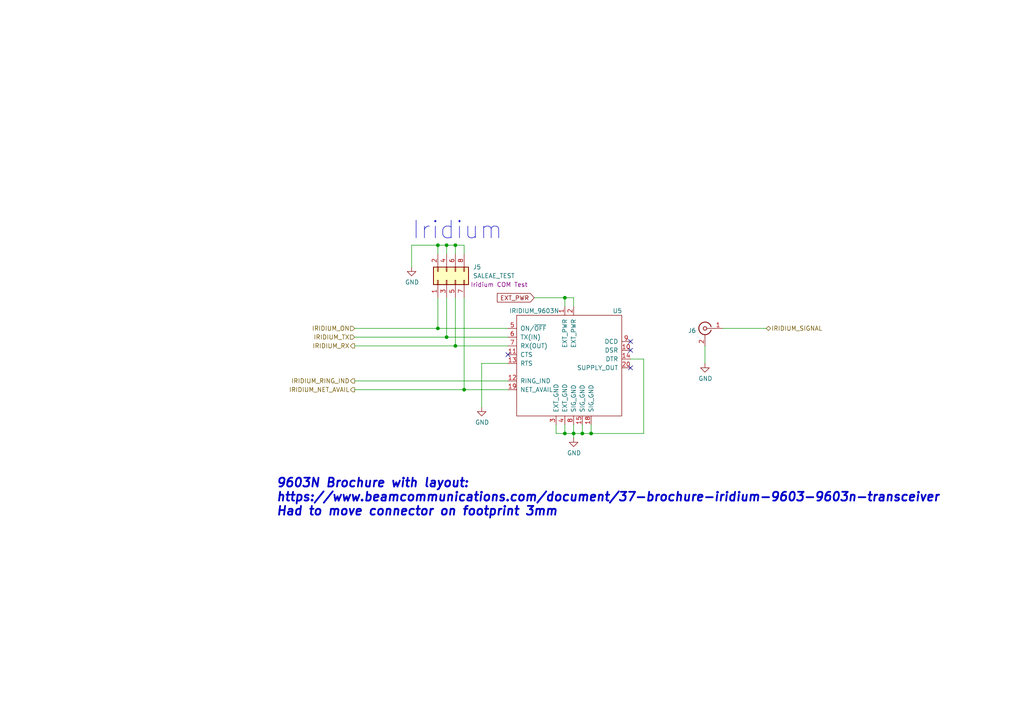
<source format=kicad_sch>
(kicad_sch (version 20230121) (generator eeschema)
  (paper "A4")
  (title_block (title "LCP Controller ") (date "2022-12-19") (rev "0.3") (company "NOAA Pacific Marine Environmental Laboratory") (comment 3 "Current design modified by: Basharat Basharat") (comment 4 "Current design by: Matt Casari") (comment 5 "Current design modified by: Basharat Martin"))
  (lib_symbols
    (symbol "Connector:Conn_Coaxial" (pin_names (offset 1.016) hide)
      (property "Reference" "J" (at 0.254 3.048 0))
      (property "Value" "Conn_Coaxial" (at 2.921 0 90))
      (symbol "Conn_Coaxial_0_1"
        (arc (start -1.778 -0.508) (mid 0.2311 -1.8066) (end 1.778 0) (stroke (width 0.254)))
        (polyline (pts (xy -2.54 0) (xy -0.508 0)))
        (polyline (pts (xy 0 -2.54) (xy 0 -1.778)))
        (circle (center 0 0) (radius 0.508) (stroke (width 0.2032)))
        (arc (start 1.778 0) (mid 0.2099 1.8101) (end -1.778 0.508) (stroke (width 0.254)))
      )
      (symbol "Conn_Coaxial_1_1"
        (pin passive line (at -5.08 0 0) (length 2.54) (name "In") (number "1"))
        (pin passive line (at 0 -5.08 90) (length 2.54) (name "Ext") (number "2"))
      )
    )
    (symbol "Connector_Generic:Conn_02x04_Odd_Even" (pin_names (offset 1.016) hide)
      (property "Reference" "J" (at 1.27 5.08 0))
      (property "Value" "Conn_02x04_Odd_Even" (at 1.27 -7.62 0))
      (symbol "Conn_02x04_Odd_Even_1_1"
        (rectangle (start -1.27 -4.953) (end 0 -5.207) (stroke (width 0.1524)))
        (rectangle (start -1.27 -2.413) (end 0 -2.667) (stroke (width 0.1524)))
        (rectangle (start -1.27 0.127) (end 0 -0.127) (stroke (width 0.1524)))
        (rectangle (start -1.27 2.667) (end 0 2.413) (stroke (width 0.1524)))
        (rectangle (start -1.27 3.81) (end 3.81 -6.35) (stroke (width 0.254)) (fill (type background)))
        (rectangle (start 3.81 -4.953) (end 2.54 -5.207) (stroke (width 0.1524)))
        (rectangle (start 3.81 -2.413) (end 2.54 -2.667) (stroke (width 0.1524)))
        (rectangle (start 3.81 0.127) (end 2.54 -0.127) (stroke (width 0.1524)))
        (rectangle (start 3.81 2.667) (end 2.54 2.413) (stroke (width 0.1524)))
        (pin passive line (at -5.08 2.54 0) (length 3.81) (name "Pin_1") (number "1"))
        (pin passive line (at 7.62 2.54 180) (length 3.81) (name "Pin_2") (number "2"))
        (pin passive line (at -5.08 0 0) (length 3.81) (name "Pin_3") (number "3"))
        (pin passive line (at 7.62 0 180) (length 3.81) (name "Pin_4") (number "4"))
        (pin passive line (at -5.08 -2.54 0) (length 3.81) (name "Pin_5") (number "5"))
        (pin passive line (at 7.62 -2.54 180) (length 3.81) (name "Pin_6") (number "6"))
        (pin passive line (at -5.08 -5.08 0) (length 3.81) (name "Pin_7") (number "7"))
        (pin passive line (at 7.62 -5.08 180) (length 3.81) (name "Pin_8") (number "8"))
      )
    )
    (symbol "PMEL_RF:IRIDIUM_9603N" (pin_names (offset 1.016))
      (property "Reference" "U" (at 8.89 1.27 0))
      (property "Value" "IRIDIUM_9603N" (at -12.7 1.27 0))
      (symbol "IRIDIUM_9603N_0_0"
        (pin power_in line (at -2.54 2.54 270) (length 2.54) (name "EXT_PWR") (number "1"))
        (pin bidirectional line (at 16.51 -10.16 180) (length 2.54) (name "DSR") (number "10"))
        (pin bidirectional line (at -19.05 -11.43 0) (length 2.54) (name "CTS") (number "11"))
        (pin output line (at -19.05 -19.05 0) (length 2.54) (name "RING_IND") (number "12"))
        (pin output line (at -19.05 -13.97 0) (length 2.54) (name "RTS") (number "13"))
        (pin bidirectional line (at 16.51 -12.7 180) (length 2.54) (name "DTR") (number "14"))
        (pin power_in line (at 2.54 -31.75 90) (length 2.54) (name "SIG_GND") (number "15"))
        (pin no_connect line (at 16.51 -22.86 180) (length 2.54) hide (name "RESERVED") (number "16"))
        (pin no_connect line (at 16.51 -25.4 180) (length 2.54) hide (name "RESERVED") (number "17"))
        (pin power_in line (at 5.08 -31.75 90) (length 2.54) (name "SIG_GND") (number "18"))
        (pin output line (at -19.05 -21.59 0) (length 2.54) (name "NET_AVAIL") (number "19"))
        (pin power_in line (at 0 2.54 270) (length 2.54) (name "EXT_PWR") (number "2"))
        (pin power_out line (at 16.51 -15.24 180) (length 2.54) (name "SUPPLY_OUT") (number "20"))
        (pin power_in line (at -5.08 -31.75 90) (length 2.54) (name "EXT_GND") (number "3"))
        (pin power_in line (at -2.54 -31.75 90) (length 2.54) (name "EXT_GND") (number "4"))
        (pin input line (at -19.05 -3.81 0) (length 2.54) (name "ON/~{OFF}") (number "5"))
        (pin input line (at -19.05 -6.35 0) (length 2.54) (name "TX(IN)") (number "6"))
        (pin output line (at -19.05 -8.89 0) (length 2.54) (name "RX(OUT)") (number "7"))
        (pin power_in line (at 0 -31.75 90) (length 2.54) (name "SIG_GND") (number "8"))
        (pin bidirectional line (at 16.51 -7.62 180) (length 2.54) (name "DCD") (number "9"))
      )
      (symbol "IRIDIUM_9603N_0_1"
        (rectangle (start -16.51 0) (end 13.97 -29.21))
      )
    )
    (symbol "power:GND" (power) (pin_names (offset 0))
      (property "Value" "GND" (at 0 -3.81 0))
      (symbol "GND_0_1"
        (polyline (pts (xy 0 0) (xy 0 -1.27) (xy 1.27 -1.27) (xy 0 -2.54) (xy -1.27 -1.27) (xy 0 -1.27)))
      )
      (symbol "GND_1_1"
        (pin power_in line (at 0 0 270) (length 0) hide (name "GND") (number "1"))
      )
    )
  )
  (junction (at 127 71.12))
  (junction (at 132.08 100.33))
  (junction (at 129.54 71.12))
  (junction (at 134.62 113.03))
  (junction (at 163.83 86.36))
  (junction (at 168.91 125.73))
  (junction (at 132.08 71.12))
  (junction (at 163.83 125.73))
  (junction (at 127 95.25))
  (junction (at 171.45 125.73))
  (junction (at 129.54 97.79))
  (junction (at 166.37 125.73))
  (no_connect (at 182.88 106.68))
  (no_connect (at 182.88 99.06))
  (no_connect (at 147.32 102.87))
  (no_connect (at 182.88 101.6))
  (wire (pts (xy 154.94 86.36) (xy 163.83 86.36)))
  (wire (pts (xy 163.83 125.73) (xy 166.37 125.73)))
  (wire (pts (xy 127 73.66) (xy 127 71.12)))
  (wire (pts (xy 209.55 95.25) (xy 222.25 95.25)))
  (wire (pts (xy 161.29 125.73) (xy 163.83 125.73)))
  (wire (pts (xy 166.37 127) (xy 166.37 125.73)))
  (wire (pts (xy 147.32 110.49) (xy 102.87 110.49)))
  (wire (pts (xy 166.37 86.36) (xy 163.83 86.36)))
  (wire (pts (xy 163.83 86.36) (xy 163.83 88.9)))
  (wire (pts (xy 127 86.36) (xy 127 95.25)))
  (wire (pts (xy 102.87 95.25) (xy 127 95.25)))
  (wire (pts (xy 163.83 123.19) (xy 163.83 125.73)))
  (wire (pts (xy 171.45 123.19) (xy 171.45 125.73)))
  (wire (pts (xy 129.54 86.36) (xy 129.54 97.79)))
  (wire (pts (xy 182.88 104.14) (xy 186.69 104.14)))
  (wire (pts (xy 139.7 118.11) (xy 139.7 105.41)))
  (wire (pts (xy 134.62 86.36) (xy 134.62 113.03)))
  (wire (pts (xy 102.87 97.79) (xy 129.54 97.79)))
  (wire (pts (xy 186.69 125.73) (xy 171.45 125.73)))
  (wire (pts (xy 102.87 100.33) (xy 132.08 100.33)))
  (wire (pts (xy 129.54 71.12) (xy 132.08 71.12)))
  (wire (pts (xy 204.47 100.33) (xy 204.47 105.41)))
  (wire (pts (xy 186.69 104.14) (xy 186.69 125.73)))
  (wire (pts (xy 166.37 125.73) (xy 166.37 123.19)))
  (wire (pts (xy 132.08 73.66) (xy 132.08 71.12)))
  (wire (pts (xy 168.91 125.73) (xy 166.37 125.73)))
  (wire (pts (xy 134.62 71.12) (xy 134.62 73.66)))
  (wire (pts (xy 161.29 123.19) (xy 161.29 125.73)))
  (wire (pts (xy 168.91 123.19) (xy 168.91 125.73)))
  (wire (pts (xy 132.08 71.12) (xy 134.62 71.12)))
  (wire (pts (xy 102.87 113.03) (xy 134.62 113.03)))
  (wire (pts (xy 139.7 105.41) (xy 147.32 105.41)))
  (wire (pts (xy 132.08 86.36) (xy 132.08 100.33)))
  (wire (pts (xy 127 95.25) (xy 147.32 95.25)))
  (wire (pts (xy 147.32 100.33) (xy 132.08 100.33)))
  (wire (pts (xy 119.38 71.12) (xy 127 71.12)))
  (wire (pts (xy 129.54 73.66) (xy 129.54 71.12)))
  (wire (pts (xy 166.37 88.9) (xy 166.37 86.36)))
  (wire (pts (xy 127 71.12) (xy 129.54 71.12)))
  (wire (pts (xy 171.45 125.73) (xy 168.91 125.73)))
  (wire (pts (xy 134.62 113.03) (xy 147.32 113.03)))
  (wire (pts (xy 129.54 97.79) (xy 147.32 97.79)))
  (wire (pts (xy 119.38 77.47) (xy 119.38 71.12)))
  (text "9603N Brochure with layout: \nhttps://www.beamcommunications.com/document/37-brochure-iridium-9603-9603n-transceiver\nHad to move connector on footprint 3mm" (at 80.01 149.86 0) (effects (font (size 2.54 2.54) (thickness 0.508) bold italic) (justify left bottom)))
  (text "Iridium" (at 119.38 69.85 0) (effects (font (size 5.08 5.08)) (justify left bottom)))
  (global_label "EXT_PWR" (shape input) (at 154.94 86.36 180) (property "Intersheetrefs" "${INTERSHEET_REFS}" (effects hide)))
  (hierarchical_label "IRIDIUM_SIGNAL" (shape bidirectional) (at 222.25 95.25 0))
  (hierarchical_label "IRIDIUM_RX" (shape output) (at 102.87 100.33 180))
  (hierarchical_label "IRIDIUM_NET_AVAIL" (shape output) (at 102.87 113.03 180))
  (hierarchical_label "IRIDIUM_ON" (shape input) (at 102.87 95.25 180))
  (hierarchical_label "IRIDIUM_TX" (shape input) (at 102.87 97.79 180))
  (hierarchical_label "IRIDIUM_RING_IND" (shape output) (at 102.87 110.49 180))
  (symbol (lib_id "power:GND") (at 166.37 127 0) (unit 1)
    (property "Reference" "#PWR047" (effects hide))
    (property "Value" "GND" (at 166.497 131.3942 0))
  )
  (symbol (lib_id "Connector_Generic:Conn_02x04_Odd_Even") (at 129.54 81.28 90) (unit 1)
    (property "Reference" "J5" (at 137.16 77.47 90) (effects (justify right)))
    (property "Value" "SALEAE_TEST" (at 137.16 80.01 90) (effects (justify right)))
    (property "Footprint" "Connector_PinHeader_2.54mm:PinHeader_2x04_P2.54mm_Vertical" (effects hide))
    (property "TestPoint" "Iridium COM Test" (at 144.78 82.55 90))
    (property "MPN" "0010897080" (effects hide))
  )
  (symbol (lib_id "power:GND") (at 119.38 77.47 0) (unit 1)
    (property "Reference" "#PWR044" (effects hide))
    (property "Value" "GND" (at 119.507 81.8642 0))
  )
  (symbol (lib_id "power:GND") (at 139.7 118.11 0) (unit 1)
    (property "Reference" "#PWR046" (effects hide))
    (property "Value" "GND" (at 139.827 122.5042 0))
  )
  (symbol (lib_id "PMEL_RF:IRIDIUM_9603N") (at 166.37 91.44 0) (unit 1)
    (property "Reference" "U5" (at 179.07 90.17 0))
    (property "Value" "IRIDIUM_9603N" (at 154.94 90.17 0))
    (property "Footprint" "PMEL_Modules:Iridium_9603n" (effects hide))
    (property "Connector Datasheet" "http://suddendocs.samtec.com/prints/ss4-xx-x.xx-x-d-x-xx-tr-mkt.pdf" (effects hide))
    (property "Connector PN" "SS4-10-3.00-L-D-K-TR" (effects hide))
    (property "MPN" "SS4-10-3.00-L-D-K-TR" (effects hide))
  )
  (symbol (lib_id "Connector:Conn_Coaxial") (at 204.47 95.25 0) (mirror y) (unit 1)
    (property "Reference" "J6" (at 201.93 95.885 0) (effects (justify left)))
    (property "Value" "Conn_Coaxial" (effects hide))
    (property "Footprint" "Connector_Coaxial:U.FL_Hirose_U.FL-R-SMT-1_Vertical" (effects hide))
    (property "Datasheet" " ~" (effects hide))
    (property "MPN" "U.FL-R-SMT-1(10)" (effects hide))
  )
  (symbol (lib_id "power:GND") (at 204.47 105.41 0) (unit 1)
    (property "Reference" "#PWR045" (effects hide))
    (property "Value" "GND" (at 204.597 109.8042 0))
  )
)
</source>
